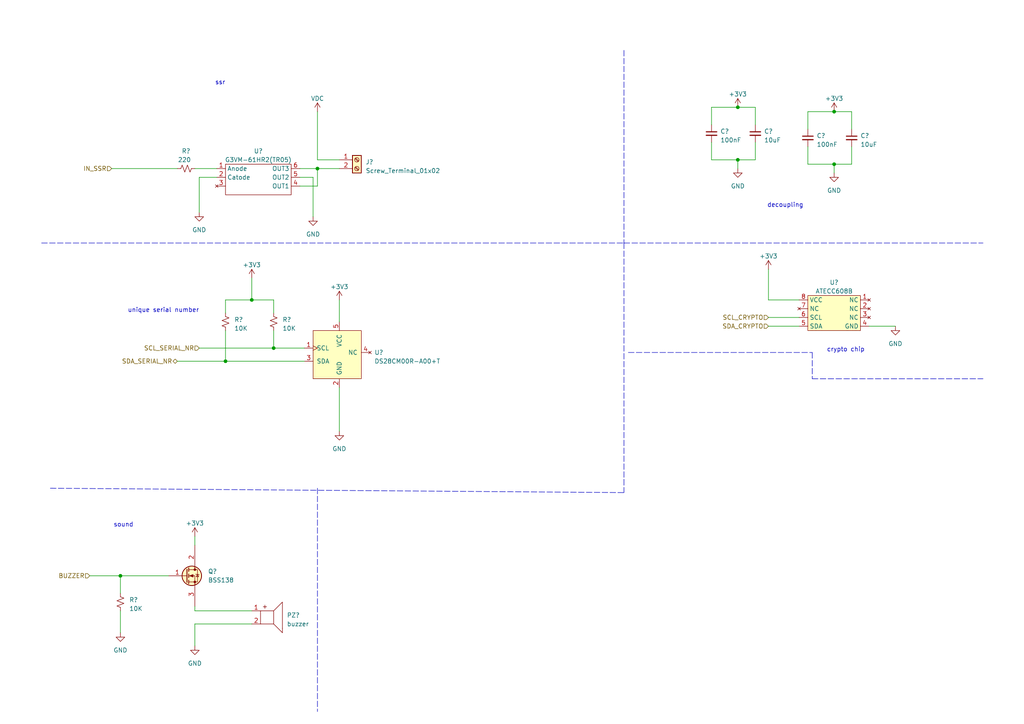
<source format=kicad_sch>
(kicad_sch (version 20210621) (generator eeschema)
  (paper "A4")
  (lib_symbols
    (symbol "Connector:Screw_Terminal_01x02" (pin_names (offset 1.016) hide)
      (property "Reference" "J" (at 0 2.54 0))
      (property "Value" "Screw_Terminal_01x02" (at 0 -5.08 0))
      (symbol "Screw_Terminal_01x02_1_1"
        (rectangle (start -1.27 1.27) (end 1.27 -3.81) (stroke (width 0.254)) (fill (type background)))
        (circle (center 0 -2.54) (radius 0.635) (stroke (width 0.1524)))
        (polyline (pts (xy -0.5334 -2.2098) (xy 0.3302 -3.048)) (stroke (width 0.1524)))
        (polyline (pts (xy -0.5334 0.3302) (xy 0.3302 -0.508)) (stroke (width 0.1524)))
        (polyline (pts (xy -0.3556 -2.032) (xy 0.508 -2.8702)) (stroke (width 0.1524)))
        (polyline (pts (xy -0.3556 0.508) (xy 0.508 -0.3302)) (stroke (width 0.1524)))
        (circle (center 0 0) (radius 0.635) (stroke (width 0.1524)))
        (pin passive line (at -5.08 0 0) (length 3.81) (name "Pin_1") (number "1"))
        (pin passive line (at -5.08 -2.54 0) (length 3.81) (name "Pin_2") (number "2"))
      )
    )
    (symbol "Device:C_Small" (pin_numbers hide) (pin_names (offset 0.254) hide)
      (property "Reference" "C" (at 0.254 1.778 0))
      (property "Value" "C_Small" (at 0.254 -2.032 0))
      (symbol "C_Small_0_1"
        (polyline (pts (xy -1.524 -0.508) (xy 1.524 -0.508)) (stroke (width 0.3302)))
        (polyline (pts (xy -1.524 0.508) (xy 1.524 0.508)) (stroke (width 0.3048)))
      )
      (symbol "C_Small_1_1"
        (pin passive line (at 0 2.54 270) (length 2.032) (name "~") (number "1"))
        (pin passive line (at 0 -2.54 90) (length 2.032) (name "~") (number "2"))
      )
    )
    (symbol "Device:R_Small_US" (pin_numbers hide) (pin_names (offset 0.254) hide)
      (property "Reference" "R" (at 0.762 0.508 0))
      (property "Value" "R_Small_US" (at 0.762 -1.016 0))
      (symbol "R_Small_US_1_1"
        (polyline (pts (xy 0 0) (xy 1.016 -0.381) (xy 0 -0.762) (xy -1.016 -1.143) (xy 0 -1.524)))
        (polyline (pts (xy 0 1.524) (xy 1.016 1.143) (xy 0 0.762) (xy -1.016 0.381) (xy 0 0)))
        (pin passive line (at 0 2.54 270) (length 1.016) (name "~") (number "1"))
        (pin passive line (at 0 -2.54 90) (length 1.016) (name "~") (number "2"))
      )
    )
    (symbol "Halfgelijders:ATECC608B"
      (property "Reference" "U" (at 0 -1.27 0))
      (property "Value" "ATECC608B" (at 2.54 6.35 0))
      (symbol "ATECC608B_0_1"
        (rectangle (start -5.08 5.08) (end 10.16 -5.08) (stroke (width 0.1524)) (fill (type background)))
      )
      (symbol "ATECC608B_1_1"
        (pin no_connect line (at -7.62 3.81 0) (length 2.54) (name "NC") (number "1"))
        (pin no_connect line (at -7.62 1.27 0) (length 2.54) (name "NC") (number "2"))
        (pin no_connect line (at -7.62 -1.27 0) (length 2.54) (name "NC") (number "3"))
        (pin power_out line (at -7.62 -3.81 0) (length 2.54) (name "GND") (number "4"))
        (pin bidirectional line (at 12.7 -3.81 180) (length 2.54) (name "SDA") (number "5"))
        (pin input line (at 12.7 -1.27 180) (length 2.54) (name "SCL") (number "6"))
        (pin no_connect line (at 12.7 1.27 180) (length 2.54) (name "NC") (number "7"))
        (pin power_in line (at 12.7 3.81 180) (length 2.54) (name "VCC") (number "8"))
      )
    )
    (symbol "Halfgelijders:BSS138"
      (property "Reference" "Q" (at 4.445 0 0))
      (property "Value" "BSS138" (at -4.445 3.175 0))
      (symbol "BSS138_1_1"
        (polyline (pts (xy -1.2192 0) (xy -1.016 0)))
        (polyline (pts (xy -0.508 -1.778) (xy 1.27 -1.778)))
        (polyline (pts (xy -0.508 -1.27) (xy -0.508 -2.286)) (stroke (width 0.254)))
        (polyline (pts (xy -0.508 0) (xy 1.27 0)))
        (polyline (pts (xy -0.508 0.508) (xy -0.508 -0.508)) (stroke (width 0.254)))
        (polyline (pts (xy -0.508 1.778) (xy 1.27 1.778)))
        (polyline (pts (xy -0.508 2.286) (xy -0.508 1.27)) (stroke (width 0.254)))
        (polyline (pts (xy 1.27 -1.778) (xy 1.27 -2.54)))
        (polyline (pts (xy 1.27 -1.778) (xy 1.27 0)))
        (polyline (pts (xy 1.27 2.54) (xy 1.27 1.778)))
        (polyline (pts (xy -1.016 1.905) (xy -1.016 -1.905) (xy -1.016 -1.905)) (stroke (width 0.254)))
        (polyline (pts (xy -0.254 0) (xy 0.762 0.381) (xy 0.762 -0.381) (xy -0.254 0)) (fill (type outline)))
        (polyline (pts (xy 1.27 -1.778) (xy 2.032 -1.778) (xy 2.032 1.778) (xy 1.27 1.778)))
        (polyline (pts (xy 1.524 0.508) (xy 1.651 0.381) (xy 2.413 0.381) (xy 2.54 0.254)))
        (polyline (pts (xy 2.032 0.381) (xy 1.651 -0.254) (xy 2.413 -0.254) (xy 2.032 0.381)))
        (circle (center 0.381 0) (radius 2.8194) (stroke (width 0.254)) (fill (type background)))
        (circle (center 1.27 -1.778) (radius 0.2794) (fill (type outline)))
        (circle (center 1.27 1.778) (radius 0.2794) (fill (type outline)))
        (pin input line (at -6.35 0 0) (length 5.08) (name "~") (number "1"))
        (pin unspecified line (at 1.27 8.89 270) (length 7.01) (name "~") (number "2"))
        (pin passive line (at 1.27 -8.89 90) (length 7.0104) (name "~") (number "3"))
      )
    )
    (symbol "Halfgelijders:DS28CM00R-A00+T" (pin_names (offset 1.016))
      (property "Reference" "U" (at 0 1.27 0))
      (property "Value" "DS28CM00R-A00+T" (at -17.78 6.35 0))
      (symbol "DS28CM00R-A00+T_0_1"
        (rectangle (start -7.62 7.62) (end 6.35 -6.35) (fill (type background)))
      )
      (symbol "DS28CM00R-A00+T_1_1"
        (pin input clock (at -10.16 2.54 0) (length 2.54) (name "SCL") (number "1"))
        (pin power_out line (at 0 -8.89 90) (length 2.54) (name "GND") (number "2"))
        (pin bidirectional line (at -10.16 -1.27 0) (length 2.54) (name "SDA") (number "3"))
        (pin no_connect line (at 8.89 1.27 180) (length 2.54) (name "NC") (number "4"))
        (pin power_in line (at 0 10.16 270) (length 2.54) (name "VCC") (number "5"))
      )
    )
    (symbol "Halfgelijders:G3VM-61HR2(TR05)"
      (property "Reference" "U" (at 1.27 -5.08 0))
      (property "Value" "G3VM-61HR2(TR05)" (at 8.89 -10.16 0))
      (symbol "G3VM-61HR2(TR05)_0_1"
        (rectangle (start 0 1.27) (end 19.05 -7.62) (stroke (width 0.1524)))
      )
      (symbol "G3VM-61HR2(TR05)_1_1"
        (pin input line (at -2.54 0 0) (length 2.54) (name "Anode") (number "1"))
        (pin output line (at -2.54 -2.54 0) (length 2.54) (name "Catode") (number "2"))
        (pin no_connect line (at -2.54 -5.08 0) (length 2.54) (name "") (number "3"))
        (pin output line (at 21.59 -5.08 180) (length 2.54) (name "OUT1") (number "4"))
        (pin output line (at 21.59 -2.54 180) (length 2.54) (name "OUT2") (number "5"))
        (pin output line (at 21.59 0 180) (length 2.54) (name "OUT3") (number "6"))
      )
    )
    (symbol "power:+3V3" (power) (pin_names (offset 0))
      (property "Value" "+3V3" (at 0 3.556 0))
      (symbol "+3V3_0_1"
        (polyline (pts (xy -0.762 1.27) (xy 0 2.54)))
        (polyline (pts (xy 0 0) (xy 0 2.54)))
        (polyline (pts (xy 0 2.54) (xy 0.762 1.27)))
      )
      (symbol "+3V3_1_1"
        (pin power_in line (at 0 0 90) (length 0) hide (name "+3V3") (number "1"))
      )
    )
    (symbol "power:GND" (power) (pin_names (offset 0))
      (property "Value" "GND" (at 0 -3.81 0))
      (symbol "GND_0_1"
        (polyline (pts (xy 0 0) (xy 0 -1.27) (xy 1.27 -1.27) (xy 0 -2.54) (xy -1.27 -1.27) (xy 0 -1.27)))
      )
      (symbol "GND_1_1"
        (pin power_in line (at 0 0 270) (length 0) hide (name "GND") (number "1"))
      )
    )
    (symbol "power:VDC" (power) (pin_names (offset 0))
      (property "Value" "VDC" (at 0 6.35 0))
      (symbol "VDC_0_1"
        (polyline (pts (xy -0.762 1.27) (xy 0 2.54)))
        (polyline (pts (xy 0 0) (xy 0 2.54)))
        (polyline (pts (xy 0 2.54) (xy 0.762 1.27)))
      )
      (symbol "VDC_1_1"
        (pin power_in line (at 0 0 90) (length 0) hide (name "VDC") (number "1"))
      )
    )
    (symbol "vanalles:buzzer" (pin_names (offset 1.016))
      (property "Reference" "PZ" (at 5.08 7.62 0))
      (property "Value" "buzzer" (at 0 7.62 0))
      (symbol "buzzer_0_0"
        (polyline (pts (xy 3.81 -3.81) (xy 6.35 -6.35)))
        (polyline (pts (xy 6.35 -5.08) (xy 6.35 -6.35)))
        (polyline (pts (xy 3.81 0) (xy 6.35 2.54) (xy 6.35 -5.08)))
        (text "+" (at 1.27 1.27 0) (effects (font (size 1.27 1.27))))
      )
      (symbol "buzzer_0_1"
        (rectangle (start 0 0) (end 3.81 -3.81))
      )
      (symbol "buzzer_1_1"
        (pin unspecified line (at -2.54 0 0) (length 2.54) (name "~") (number "1"))
        (pin unspecified line (at -2.54 -3.81 0) (length 2.54) (name "~") (number "2"))
      )
    )
  )
  (junction (at 213.995 31.115) (diameter 0.9144))
  (junction (at 79.375 100.965) (diameter 0.9144))
  (junction (at 92.075 48.895) (diameter 0.9144))
  (junction (at 213.995 46.355) (diameter 0.9144))
  (junction (at 73.025 86.995) (diameter 0.9144))
  (junction (at 241.935 32.385) (diameter 0.9144))
  (junction (at 241.935 47.625) (diameter 0.9144))
  (junction (at 34.925 167.005) (diameter 0.9144))
  (junction (at 65.405 104.775) (diameter 0.9144))
  (wire (pts (xy 65.405 95.885) (xy 65.405 104.775)))
  (wire (pts (xy 92.075 53.975) (xy 92.075 48.895)))
  (wire (pts (xy 56.515 180.975) (xy 56.515 187.325)))
  (polyline (pts (xy 14.605 141.605) (xy 180.975 142.875)) (stroke (width 0) (type dash)))
  (wire (pts (xy 92.075 46.355) (xy 98.425 46.355)))
  (wire (pts (xy 73.025 80.645) (xy 73.025 86.995)))
  (wire (pts (xy 56.515 48.895) (xy 62.865 48.895)))
  (wire (pts (xy 32.385 48.895) (xy 51.435 48.895)))
  (wire (pts (xy 34.925 177.165) (xy 34.925 183.515)))
  (wire (pts (xy 222.885 78.105) (xy 222.885 86.995)))
  (wire (pts (xy 206.375 31.115) (xy 213.995 31.115)))
  (polyline (pts (xy 180.975 14.605) (xy 180.975 70.485)) (stroke (width 0) (type dash)))
  (wire (pts (xy 65.405 90.805) (xy 65.405 86.995)))
  (polyline (pts (xy 235.585 109.855) (xy 285.115 109.855)) (stroke (width 0) (type dash)))
  (wire (pts (xy 79.375 86.995) (xy 79.375 90.805)))
  (wire (pts (xy 247.015 32.385) (xy 247.015 37.465)))
  (wire (pts (xy 86.995 53.975) (xy 92.075 53.975)))
  (wire (pts (xy 98.425 112.395) (xy 98.425 125.095)))
  (wire (pts (xy 92.075 48.895) (xy 86.995 48.895)))
  (wire (pts (xy 98.425 48.895) (xy 92.075 48.895)))
  (wire (pts (xy 90.805 51.435) (xy 86.995 51.435)))
  (wire (pts (xy 213.995 46.355) (xy 206.375 46.355)))
  (wire (pts (xy 241.935 32.385) (xy 247.015 32.385)))
  (wire (pts (xy 92.075 32.385) (xy 92.075 46.355)))
  (wire (pts (xy 247.015 47.625) (xy 247.015 42.545)))
  (wire (pts (xy 51.435 104.775) (xy 65.405 104.775)))
  (wire (pts (xy 79.375 95.885) (xy 79.375 100.965)))
  (polyline (pts (xy 180.975 70.485) (xy 285.115 70.485)) (stroke (width 0) (type dash)))
  (wire (pts (xy 57.785 51.435) (xy 57.785 61.595)))
  (wire (pts (xy 57.785 100.965) (xy 79.375 100.965)))
  (wire (pts (xy 213.995 31.115) (xy 219.075 31.115)))
  (wire (pts (xy 73.025 86.995) (xy 79.375 86.995)))
  (polyline (pts (xy 180.975 139.065) (xy 180.975 142.875)) (stroke (width 0) (type dash)))
  (wire (pts (xy 222.885 92.075) (xy 231.775 92.075)))
  (wire (pts (xy 234.315 37.465) (xy 234.315 32.385)))
  (wire (pts (xy 26.035 167.005) (xy 34.925 167.005)))
  (wire (pts (xy 65.405 104.775) (xy 88.265 104.775)))
  (wire (pts (xy 219.075 46.355) (xy 219.075 41.275)))
  (polyline (pts (xy 180.975 70.485) (xy 180.975 139.065)) (stroke (width 0) (type dash)))
  (wire (pts (xy 241.935 47.625) (xy 234.315 47.625)))
  (wire (pts (xy 65.405 86.995) (xy 73.025 86.995)))
  (polyline (pts (xy 12.065 70.485) (xy 180.975 70.485)) (stroke (width 0) (type dash)))
  (wire (pts (xy 241.935 47.625) (xy 247.015 47.625)))
  (wire (pts (xy 98.425 86.995) (xy 98.425 93.345)))
  (wire (pts (xy 79.375 100.965) (xy 88.265 100.965)))
  (polyline (pts (xy 235.585 102.235) (xy 235.585 109.855)) (stroke (width 0) (type dash)))
  (wire (pts (xy 56.515 155.575) (xy 56.515 158.115)))
  (wire (pts (xy 241.935 50.165) (xy 241.935 47.625)))
  (wire (pts (xy 259.715 94.615) (xy 252.095 94.615)))
  (wire (pts (xy 206.375 36.195) (xy 206.375 31.115)))
  (wire (pts (xy 213.995 48.895) (xy 213.995 46.355)))
  (wire (pts (xy 206.375 46.355) (xy 206.375 41.275)))
  (wire (pts (xy 34.925 172.085) (xy 34.925 167.005)))
  (wire (pts (xy 213.995 46.355) (xy 219.075 46.355)))
  (polyline (pts (xy 182.245 102.235) (xy 235.585 102.235)) (stroke (width 0) (type dash)))
  (wire (pts (xy 73.025 180.975) (xy 56.515 180.975)))
  (wire (pts (xy 234.315 47.625) (xy 234.315 42.545)))
  (wire (pts (xy 57.785 51.435) (xy 62.865 51.435)))
  (wire (pts (xy 231.775 86.995) (xy 222.885 86.995)))
  (polyline (pts (xy 92.075 141.605) (xy 92.075 206.375)) (stroke (width 0) (type dash)))
  (wire (pts (xy 34.925 167.005) (xy 48.895 167.005)))
  (wire (pts (xy 234.315 32.385) (xy 241.935 32.385)))
  (wire (pts (xy 56.515 175.895) (xy 56.515 177.165)))
  (wire (pts (xy 222.885 94.615) (xy 231.775 94.615)))
  (wire (pts (xy 56.515 177.165) (xy 73.025 177.165)))
  (wire (pts (xy 90.805 51.435) (xy 90.805 62.865)))
  (wire (pts (xy 219.075 31.115) (xy 219.075 36.195)))
  (text "crypto chip\n" (at 250.825 102.235 180) (effects (font (size 1.27 1.27)) (justify right bottom)))
  (text "ssr\n" (at 65.405 24.765 180) (effects (font (size 1.27 1.27)) (justify right bottom)))
  (text "unique serial number\n" (at 57.785 90.805 180) (effects (font (size 1.27 1.27)) (justify right bottom)))
  (text "decoupling\n" (at 233.045 60.325 180) (effects (font (size 1.27 1.27)) (justify right bottom)))
  (text "sound\n" (at 38.735 153.035 180) (effects (font (size 1.27 1.27)) (justify right bottom)))
  (hierarchical_label "SCL_SERIAL_NR" (shape input) (at 57.785 100.965 180))
  (hierarchical_label "SDA_SERIAL_NR" (shape bidirectional) (at 51.435 104.775 180))
  (hierarchical_label "SCL_CRYPTO" (shape input) (at 222.885 92.075 180))
  (hierarchical_label "SDA_CRYPTO" (shape input) (at 222.885 94.615 180))
  (hierarchical_label "IN_SSR" (shape input) (at 32.385 48.895 180))
  (hierarchical_label "BUZZER" (shape input) (at 26.035 167.005 180))
  (symbol (lib_id "Halfgelijders:ATECC608B") (at 244.475 90.805 0) (mirror y) (unit 1)
    (property "Reference" "U?" (at 241.935 81.915 0))
    (property "Value" "ATECC608B" (at 241.935 84.455 0))
    (property "Footprint" "halfgeleiders:soic p1.27 lengt 5.40" (effects hide))
  )
  (symbol (lib_id "Device:C_Small") (at 206.375 38.735 0) (unit 1)
    (property "Reference" "C?" (at 208.915 38.0999 0) (effects (justify left)))
    (property "Value" "100nF" (at 208.915 40.6399 0) (effects (justify left)))
    (property "Footprint" "vanalles:0603" (effects hide))
  )
  (symbol (lib_id "power:+3V3") (at 73.025 80.645 0) (unit 1)
    (property "Reference" "#PWR?" (effects hide))
    (property "Value" "+3V3" (at 73.025 76.835 0))
  )
  (symbol (lib_id "Device:C_Small") (at 219.075 38.735 0) (unit 1)
    (property "Reference" "C?" (at 221.615 38.0999 0) (effects (justify left)))
    (property "Value" "10uF" (at 221.615 40.6399 0) (effects (justify left)))
    (property "Footprint" "vanalles:0603" (effects hide))
  )
  (symbol (lib_id "Device:C_Small") (at 247.015 40.005 0) (unit 1)
    (property "Reference" "C?" (at 249.555 39.3699 0) (effects (justify left)))
    (property "Value" "10uF" (at 249.555 41.9099 0) (effects (justify left)))
    (property "Footprint" "vanalles:0603" (effects hide))
  )
  (symbol (lib_id "Device:R_Small_US") (at 79.375 93.345 0) (unit 1)
    (property "Reference" "R?" (at 81.915 92.7099 0) (effects (justify left)))
    (property "Value" "10K" (at 81.915 95.2499 0) (effects (justify left)))
    (property "Footprint" "vanalles:0603" (effects hide))
  )
  (symbol (lib_id "Device:R_Small_US") (at 65.405 93.345 0) (unit 1)
    (property "Reference" "R?" (at 67.945 92.7099 0) (effects (justify left)))
    (property "Value" "10K" (at 67.945 95.2499 0) (effects (justify left)))
    (property "Footprint" "vanalles:0603" (effects hide))
  )
  (symbol (lib_id "power:+3V3") (at 222.885 78.105 0) (unit 1)
    (property "Reference" "#PWR?" (effects hide))
    (property "Value" "+3V3" (at 222.885 74.295 0))
  )
  (symbol (lib_id "power:GND") (at 213.995 48.895 0) (unit 1)
    (property "Reference" "#PWR?" (effects hide))
    (property "Value" "GND" (at 213.995 53.975 0))
  )
  (symbol (lib_id "power:GND") (at 34.925 183.515 0) (unit 1)
    (property "Reference" "#PWR?" (effects hide))
    (property "Value" "GND" (at 34.925 188.595 0))
  )
  (symbol (lib_id "Halfgelijders:BSS138") (at 55.245 167.005 0) (unit 1)
    (property "Reference" "Q?" (at 60.325 165.7349 0) (effects (justify left)))
    (property "Value" "BSS138" (at 60.325 168.2749 0) (effects (justify left)))
    (property "Footprint" "halfgeleiders:sot-23," (effects hide))
  )
  (symbol (lib_id "power:GND") (at 259.715 94.615 0) (unit 1)
    (property "Reference" "#PWR?" (effects hide))
    (property "Value" "GND" (at 259.715 99.695 0))
  )
  (symbol (lib_id "Halfgelijders:DS28CM00R-A00+T") (at 98.425 103.505 0) (unit 1)
    (property "Reference" "U?" (at 108.585 102.2349 0) (effects (justify left)))
    (property "Value" "DS28CM00R-A00+T" (at 108.585 104.7749 0) (effects (justify left)))
    (property "Footprint" "halfgeleiders:SOT-25" (effects hide))
  )
  (symbol (lib_id "power:+3V3") (at 241.935 32.385 0) (unit 1)
    (property "Reference" "#PWR?" (effects hide))
    (property "Value" "+3V3" (at 241.935 28.575 0))
  )
  (symbol (lib_id "Device:R_Small_US") (at 34.925 174.625 0) (unit 1)
    (property "Reference" "R?" (at 37.465 173.9899 0) (effects (justify left)))
    (property "Value" "10K" (at 37.465 176.5299 0) (effects (justify left)))
    (property "Footprint" "vanalles:0603" (effects hide))
  )
  (symbol (lib_id "Device:C_Small") (at 234.315 40.005 0) (unit 1)
    (property "Reference" "C?" (at 236.855 39.3699 0) (effects (justify left)))
    (property "Value" "100nF" (at 236.855 41.9099 0) (effects (justify left)))
    (property "Footprint" "vanalles:0603" (effects hide))
  )
  (symbol (lib_id "power:+3V3") (at 56.515 155.575 0) (unit 1)
    (property "Reference" "#PWR?" (effects hide))
    (property "Value" "+3V3" (at 56.515 151.765 0))
  )
  (symbol (lib_id "power:GND") (at 98.425 125.095 0) (unit 1)
    (property "Reference" "#PWR?" (effects hide))
    (property "Value" "GND" (at 98.425 130.175 0))
  )
  (symbol (lib_id "Halfgelijders:G3VM-61HR2(TR05)") (at 65.405 48.895 0) (unit 1)
    (property "Reference" "U?" (at 74.93 43.815 0))
    (property "Value" "G3VM-61HR2(TR05)" (at 74.93 46.355 0))
    (property "Footprint" "halfgeleiders:sop4 P=2.54" (effects hide))
  )
  (symbol (lib_id "power:+3V3") (at 98.425 86.995 0) (unit 1)
    (property "Reference" "#PWR?" (effects hide))
    (property "Value" "+3V3" (at 98.425 83.185 0))
  )
  (symbol (lib_id "vanalles:buzzer") (at 75.565 177.165 0) (unit 1)
    (property "Reference" "PZ?" (at 83.185 178.4349 0) (effects (justify left)))
    (property "Value" "buzzer" (at 83.185 180.9749 0) (effects (justify left)))
    (property "Footprint" "vanalles:PROSIGNAL_ABI-017-RC" (effects hide))
  )
  (symbol (lib_id "power:GND") (at 57.785 61.595 0) (unit 1)
    (property "Reference" "#PWR?" (effects hide))
    (property "Value" "GND" (at 57.785 66.675 0))
  )
  (symbol (lib_id "Connector:Screw_Terminal_01x02") (at 103.505 46.355 0) (unit 1)
    (property "Reference" "J?" (at 106.045 46.9899 0) (effects (justify left)))
    (property "Value" "Screw_Terminal_01x02" (at 106.045 49.5299 0) (effects (justify left)))
    (property "Footprint" "connectors_user:2pin_screw" (effects hide))
  )
  (symbol (lib_id "Device:R_Small_US") (at 53.975 48.895 90) (unit 1)
    (property "Reference" "R?" (at 53.975 43.815 90))
    (property "Value" "220 " (at 53.975 46.355 90))
    (property "Footprint" "vanalles:0603" (effects hide))
  )
  (symbol (lib_id "power:GND") (at 90.805 62.865 0) (unit 1)
    (property "Reference" "#PWR?" (effects hide))
    (property "Value" "GND" (at 90.805 67.945 0))
  )
  (symbol (lib_id "power:GND") (at 241.935 50.165 0) (unit 1)
    (property "Reference" "#PWR?" (effects hide))
    (property "Value" "GND" (at 241.935 55.245 0))
  )
  (symbol (lib_id "power:VDC") (at 92.075 32.385 0) (unit 1)
    (property "Reference" "#PWR?" (effects hide))
    (property "Value" "VDC" (at 92.075 28.575 0))
  )
  (symbol (lib_id "power:GND") (at 56.515 187.325 0) (unit 1)
    (property "Reference" "#PWR?" (effects hide))
    (property "Value" "GND" (at 56.515 192.405 0))
  )
  (symbol (lib_id "power:+3V3") (at 213.995 31.115 0) (unit 1)
    (property "Reference" "#PWR?" (effects hide))
    (property "Value" "+3V3" (at 213.995 27.305 0))
  )
)
</source>
